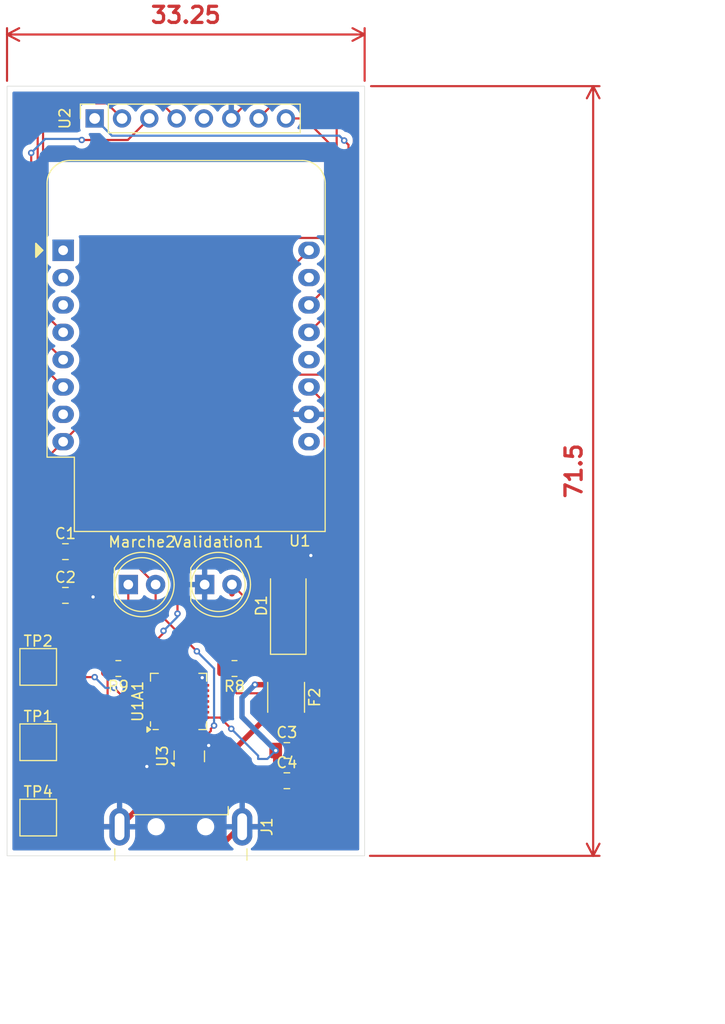
<source format=kicad_pcb>
(kicad_pcb (version 20241229) (generator "pcbnew") (generator_version "9.0")
  (layers (0 "F.Cu" signal) (2 "B.Cu" signal) (13 "F.Paste" user) (15 "B.Paste" user) (5 "F.SilkS" user "F.Silkscreen") (7 "B.SilkS" user "B.Silkscreen") (1 "F.Mask" user) (3 "B.Mask" user) (25 "Edge.Cuts" user))
  (net 0 "")
  (net 1 "VDD")
  (net 2 "GND")
  (net 3 "VBUS")
  (net 4 "+5V")
  (net 5 "/D-")
  (net 6 "/D+")
  (net 7 "Net-(Marche2-A)")
  (net 8 "/D4")
  (net 9 "Net-(Validation1-A)")
  (net 10 "Net-(U1-SCL{slash}D1)")
  (net 11 "Net-(U1-SCK{slash}D5)")
  (net 12 "/RX")
  (net 15 "Net-(U1-MOSI{slash}D7)")
  (net 20 "Net-(U1-MISO{slash}D6)")
  (net 22 "Net-(U1-SDA{slash}D2)")
  (net 49 "Net-(Marche2-K)")
  (footprint "Diode_SMD:D_SMA_Handsoldering" (layer "F.Cu") (at 225.4 137.668 90)
    (property "Reference" "D1" (at 0 -2.5 90) (layer "F.SilkS"))
    (property "Value" "DIODE_SHOTTKY*")
    (fp_line (start -4.51 -1.65) (end 2.5 -1.65) (stroke (width 0.12)) (layer "F.SilkS"))
    (fp_line (start -4.51 -1.65) (end -4.51 1.65) (stroke (width 0.12)) (layer "F.SilkS"))
    (fp_line (start -4.51 1.65) (end 2.5 1.65) (stroke (width 0.12)) (layer "F.SilkS"))
    (pad "1" smd roundrect (at -2.5 0 90) (size 3.5 1.8) (layers "F.Cu" "F.Mask" "F.Paste") (roundrect_rratio 0.1388888889) (net 3 "VBUS"))
    (pad "2" smd roundrect (at 2.5 0 90) (size 3.5 1.8) (layers "F.Cu" "F.Mask" "F.Paste") (roundrect_rratio 0.1388888889) (net 2 "GND"))
  )
  (footprint "Connector_USB:USB_A_CNCTech_1001-011-01101_Horizontal" (layer "F.Cu") (at 215.415 165.1 -90)
    (property "Reference" "J1" (at -6.9 -8 90) (layer "F.SilkS"))
    (property "Value" "USB_A")
    (fp_line (start -4.85 6.145) (end -3.8 6.145) (stroke (width 0.12)) (layer "F.SilkS"))
    (fp_line (start -8.02 -4.4) (end -8.02 4.4) (stroke (width 0.12)) (layer "F.SilkS"))
    (fp_line (start -8.02 -4.4) (end -8.775 -4.4) (stroke (width 0.12)) (layer "F.SilkS"))
    (fp_line (start -4.85 -6.145) (end -3.8 -6.145) (stroke (width 0.12)) (layer "F.SilkS"))
    (pad "" np_thru_hole circle (at -6.9 -2.3 270) (size 1.1 1.1) (drill 1.1) (layers "*.Cu" "*.Mask"))
    (pad "" np_thru_hole circle (at -6.9 2.3 270) (size 1.1 1.1) (drill 1.1) (layers "*.Cu" "*.Mask"))
    (pad "1" smd rect (at -9.65 -3.5 270) (size 2.5 1.1) (layers "F.Cu" "F.Mask" "F.Paste") (net 4 "+5V"))
    (pad "2" smd rect (at -9.65 -1 270) (size 2.5 1.1) (layers "F.Cu" "F.Mask" "F.Paste") (net 5 "/D-"))
    (pad "3" smd rect (at -9.65 1 270) (size 2.5 1.1) (layers "F.Cu" "F.Mask" "F.Paste") (net 6 "/D+"))
    (pad "4" smd rect (at -9.65 3.5 270) (size 2.5 1.1) (layers "F.Cu" "F.Mask" "F.Paste") (net 2 "GND"))
    (pad "5" thru_hole oval (at -6.9 -5.7 270) (size 3.5 1.9) (drill oval 2.5 0.9) (property pad_prop_heatsink) (layers "*.Cu" "*.Mask") (net 2 "GND"))
    (pad "5" thru_hole oval (at -6.9 5.7 270) (size 3.5 1.9) (drill oval 2.5 0.9) (property pad_prop_heatsink) (layers "*.Cu" "*.Mask") (net 2 "GND"))
  )
  (footprint "Package_SON:USON-10_2.5x1.0mm_P0.5mm" (layer "F.Cu") (at 216.2 151.654 90)
    (property "Reference" "U3" (at 0.01829 -2.5 90) (layer "F.SilkS"))
    (property "Value" "TPD4E05U06DQA" (hide yes))
    (fp_line (start 0.5 -1.41) (end -0.29 -1.41) (stroke (width 0.12)) (layer "F.SilkS"))
    (fp_line (start 0.5 1.41) (end -0.5 1.41) (stroke (width 0.12)) (layer "F.SilkS"))
    (fp_poly (pts (xy -0.62 -1.41) (xy -0.9 -1.41) (xy -0.62 -1.69) (xy -0.62 -1.41)) (stroke (width 0.12)) (fill yes) (layer "F.SilkS"))
    (pad "1" smd roundrect (at -0.385 -1) (size 0.3 0.55) (layers "F.Cu" "F.Mask" "F.Paste") (net 6 "/D+"))
    (pad "2" smd roundrect (at -0.385 -0.5) (size 0.3 0.55) (layers "F.Cu" "F.Mask" "F.Paste") (net 5 "/D-"))
    (pad "3" smd roundrect (at -0.385 0) (size 0.3 0.55) (layers "F.Cu" "F.Mask" "F.Paste") (net 2 "GND"))
    (pad "4" smd roundrect (at -0.385 0.5) (size 0.3 0.55) (layers "F.Cu" "F.Mask" "F.Paste"))
    (pad "5" smd roundrect (at -0.385 1) (size 0.3 0.55) (layers "F.Cu" "F.Mask" "F.Paste"))
    (pad "6" smd roundrect (at 0.385 1) (size 0.3 0.55) (layers "F.Cu" "F.Mask" "F.Paste"))
    (pad "7" smd roundrect (at 0.385 0.5) (size 0.3 0.55) (layers "F.Cu" "F.Mask" "F.Paste"))
    (pad "8" smd roundrect (at 0.385 0) (size 0.3 0.55) (layers "F.Cu" "F.Mask" "F.Paste") (net 2 "GND"))
    (pad "9" smd roundrect (at 0.385 -0.5) (size 0.3 0.55) (layers "F.Cu" "F.Mask" "F.Paste") (net 5 "/D-"))
    (pad "10" smd roundrect (at 0.385 -1) (size 0.3 0.55) (layers "F.Cu" "F.Mask" "F.Paste") (net 6 "/D+"))
  )
  (footprint "Capacitor_SMD:C_0805_2012Metric_Pad1.18x1.45mm_HandSolder" (layer "F.Cu") (at 204.68 136.706)
    (property "Reference" "C2" (at 0 -1.68 0) (layer "F.SilkS"))
    (property "Value" "100nf")
    (fp_line (start -0.261252 -0.735) (end 0.261252 -0.735) (stroke (width 0.12)) (layer "F.SilkS"))
    (fp_line (start -0.261252 0.735) (end 0.261252 0.735) (stroke (width 0.12)) (layer "F.SilkS"))
    (pad "1" smd roundrect (at -1.0375 0) (size 1.175 1.45) (layers "F.Cu" "F.Mask" "F.Paste") (roundrect_rratio 0.212766) (net 7 "Net-(Marche2-A)"))
    (pad "2" smd roundrect (at 1.0375 0) (size 1.175 1.45) (layers "F.Cu" "F.Mask" "F.Paste") (roundrect_rratio 0.212766) (net 2 "GND"))
  )
  (footprint "Package_DFN_QFN:VQFN-28-1EP_5x5mm_P0.5mm_EP3.25x3.25mm" (layer "F.Cu") (at 215.2 146.558 90)
    (property "Reference" "U1A1" (at 0 -3.8 90) (layer "F.SilkS"))
    (property "Value" "~")
    (fp_line (start 2.61 -2.61) (end 2.61 -1.885) (stroke (width 0.12)) (layer "F.SilkS"))
    (fp_line (start 1.885 -2.61) (end 2.61 -2.61) (stroke (width 0.12)) (layer "F.SilkS"))
    (fp_line (start -1.885 -2.61) (end -2.31 -2.61) (stroke (width 0.12)) (layer "F.SilkS"))
    (fp_line (start -2.61 -1.885) (end -2.61 -2.37) (stroke (width 0.12)) (layer "F.SilkS"))
    (fp_line (start 2.61 2.61) (end 2.61 1.885) (stroke (width 0.12)) (layer "F.SilkS"))
    (fp_line (start 1.885 2.61) (end 2.61 2.61) (stroke (width 0.12)) (layer "F.SilkS"))
    (fp_line (start -1.885 2.61) (end -2.61 2.61) (stroke (width 0.12)) (layer "F.SilkS"))
    (fp_line (start -2.61 2.61) (end -2.61 1.885) (stroke (width 0.12)) (layer "F.SilkS"))
    (fp_poly (pts (xy -2.61 -2.61) (xy -2.85 -2.94) (xy -2.37 -2.94) (xy -2.61 -2.61)) (stroke (width 0.12)) (fill yes) (layer "F.SilkS"))
    (pad "1" smd roundrect (at -2.45 -1.5 90) (size 0.8 0.25) (layers "F.Cu" "F.Mask" "F.Paste"))
    (pad "2" smd roundrect (at -2.45 -1 90) (size 0.8 0.25) (layers "F.Cu" "F.Mask" "F.Paste"))
    (pad "3" smd roundrect (at -2.45 -0.5 90) (size 0.8 0.25) (layers "F.Cu" "F.Mask" "F.Paste") (net 2 "GND"))
    (pad "4" smd roundrect (at -2.45 0 90) (size 0.8 0.25) (layers "F.Cu" "F.Mask" "F.Paste") (net 6 "/D+"))
    (pad "5" smd roundrect (at -2.45 0.5 90) (size 0.8 0.25) (layers "F.Cu" "F.Mask" "F.Paste") (net 5 "/D-"))
    (pad "6" smd roundrect (at -2.45 1 90) (size 0.8 0.25) (layers "F.Cu" "F.Mask" "F.Paste") (net 7 "Net-(Marche2-A)"))
    (pad "7" smd roundrect (at -2.45 1.5 90) (size 0.8 0.25) (layers "F.Cu" "F.Mask" "F.Paste") (net 3 "VBUS"))
    (pad "8" smd roundrect (at -1.5 2.45 90) (size 0.25 0.8) (layers "F.Cu" "F.Mask" "F.Paste") (net 3 "VBUS"))
    (pad "9" smd roundrect (at -1 2.45 90) (size 0.25 0.8) (layers "F.Cu" "F.Mask" "F.Paste"))
    (pad "10" smd roundrect (at -0.5 2.45 90) (size 0.25 0.8) (layers "F.Cu" "F.Mask" "F.Paste"))
    (pad "11" smd roundrect (at 0 2.45 90) (size 0.25 0.8) (layers "F.Cu" "F.Mask" "F.Paste"))
    (pad "12" smd roundrect (at 0.5 2.45 90) (size 0.25 0.8) (layers "F.Cu" "F.Mask" "F.Paste"))
    (pad "13" smd roundrect (at 1 2.45 90) (size 0.25 0.8) (layers "F.Cu" "F.Mask" "F.Paste"))
    (pad "14" smd roundrect (at 1.5 2.45 90) (size 0.25 0.8) (layers "F.Cu" "F.Mask" "F.Paste"))
    (pad "15" smd roundrect (at 2.45 1.5 90) (size 0.8 0.25) (layers "F.Cu" "F.Mask" "F.Paste"))
    (pad "16" smd roundrect (at 2.45 1 90) (size 0.8 0.25) (layers "F.Cu" "F.Mask" "F.Paste"))
    (pad "17" smd roundrect (at 2.45 0.5 90) (size 0.8 0.25) (layers "F.Cu" "F.Mask" "F.Paste"))
    (pad "18" smd roundrect (at 2.45 0 90) (size 0.8 0.25) (layers "F.Cu" "F.Mask" "F.Paste"))
    (pad "19" smd roundrect (at 2.45 -0.5 90) (size 0.8 0.25) (layers "F.Cu" "F.Mask" "F.Paste"))
    (pad "20" smd roundrect (at 2.45 -1 90) (size 0.8 0.25) (layers "F.Cu" "F.Mask" "F.Paste"))
    (pad "21" smd roundrect (at 2.45 -1.5 90) (size 0.8 0.25) (layers "F.Cu" "F.Mask" "F.Paste"))
    (pad "22" smd roundrect (at 1.5 -2.45 90) (size 0.25 0.8) (layers "F.Cu" "F.Mask" "F.Paste"))
    (pad "23" smd roundrect (at 1 -2.45 90) (size 0.25 0.8) (layers "F.Cu" "F.Mask" "F.Paste"))
    (pad "24" smd roundrect (at 0.5 -2.45 90) (size 0.25 0.8) (layers "F.Cu" "F.Mask" "F.Paste"))
    (pad "25" smd roundrect (at 0 -2.45 90) (size 0.25 0.8) (layers "F.Cu" "F.Mask" "F.Paste") (net 12 "/RX"))
    (pad "26" smd roundrect (at -0.5 -2.45 90) (size 0.25 0.8) (layers "F.Cu" "F.Mask" "F.Paste"))
    (pad "27" smd roundrect (at -1 -2.45 90) (size 0.25 0.8) (layers "F.Cu" "F.Mask" "F.Paste"))
    (pad "28" smd roundrect (at -1.5 -2.45 90) (size 0.25 0.8) (layers "F.Cu" "F.Mask" "F.Paste"))
    (pad "29" smd rect (at 0 0 90) (size 3.25 3.25) (property pad_prop_heatsink) (layers "F.Cu" "F.Mask") (net 2 "GND"))
  )
  (footprint "Capacitor_SMD:C_0805_2012Metric_Pad1.18x1.45mm_HandSolder" (layer "F.Cu") (at 225.27 153.924)
    (property "Reference" "C4" (at 0 -1.68 0) (layer "F.SilkS"))
    (property "Value" "100uF")
    (fp_line (start -0.261252 -0.735) (end 0.261252 -0.735) (stroke (width 0.12)) (layer "F.SilkS"))
    (fp_line (start -0.261252 0.735) (end 0.261252 0.735) (stroke (width 0.12)) (layer "F.SilkS"))
    (pad "1" smd roundrect (at -1.0375 0) (size 1.175 1.45) (layers "F.Cu" "F.Mask" "F.Paste") (roundrect_rratio 0.212766) (net 3 "VBUS"))
    (pad "2" smd roundrect (at 1.0375 0) (size 1.175 1.45) (layers "F.Cu" "F.Mask" "F.Paste") (roundrect_rratio 0.212766) (net 2 "GND"))
  )
  (footprint "Capacitor_SMD:C_0805_2012Metric_Pad1.18x1.45mm_HandSolder" (layer "F.Cu") (at 225.27 151.120333)
    (property "Reference" "C3" (at 0 -1.68 0) (layer "F.SilkS"))
    (property "Value" "1uf")
    (fp_line (start -0.261252 -0.735) (end 0.261252 -0.735) (stroke (width 0.12)) (layer "F.SilkS"))
    (fp_line (start -0.261252 0.735) (end 0.261252 0.735) (stroke (width 0.12)) (layer "F.SilkS"))
    (pad "1" smd roundrect (at -1.0375 0) (size 1.175 1.45) (layers "F.Cu" "F.Mask" "F.Paste") (roundrect_rratio 0.212766) (net 3 "VBUS"))
    (pad "2" smd roundrect (at 1.0375 0) (size 1.175 1.45) (layers "F.Cu" "F.Mask" "F.Paste") (roundrect_rratio 0.212766) (net 2 "GND"))
  )
  (footprint "Capacitor_SMD:C_0805_2012Metric_Pad1.18x1.45mm_HandSolder" (layer "F.Cu") (at 204.68 132.642)
    (property "Reference" "C1" (at 0 -1.68 0) (layer "F.SilkS"))
    (property "Value" "4.7uf")
    (fp_line (start -0.261252 -0.735) (end 0.261252 -0.735) (stroke (width 0.12)) (layer "F.SilkS"))
    (fp_line (start -0.261252 0.735) (end 0.261252 0.735) (stroke (width 0.12)) (layer "F.SilkS"))
    (pad "1" smd roundrect (at -1.0375 0) (size 1.175 1.45) (layers "F.Cu" "F.Mask" "F.Paste") (roundrect_rratio 0.212766) (net 7 "Net-(Marche2-A)"))
    (pad "2" smd roundrect (at 1.0375 0) (size 1.175 1.45) (layers "F.Cu" "F.Mask" "F.Paste") (roundrect_rratio 0.212766) (net 2 "GND"))
  )
  (footprint "Resistor_SMD:R_0805_2012Metric_Pad1.20x1.40mm_HandSolder" (layer "F.Cu") (at 220.4 143.5 180)
    (property "Reference" "R8" (at 0 -1.65 0) (layer "F.SilkS"))
    (property "Value" "R")
    (fp_line (start -0.227064 0.735) (end 0.227064 0.735) (stroke (width 0.12)) (layer "F.SilkS"))
    (fp_line (start -0.227064 -0.735) (end 0.227064 -0.735) (stroke (width 0.12)) (layer "F.SilkS"))
    (pad "1" smd roundrect (at -1 0 180) (size 1.2 1.4) (layers "F.Cu" "F.Mask" "F.Paste") (roundrect_rratio 0.208333) (net 9 "Net-(Validation1-A)"))
    (pad "2" smd roundrect (at 1 0 180) (size 1.2 1.4) (layers "F.Cu" "F.Mask" "F.Paste") (roundrect_rratio 0.208333) (net 8 "/D4"))
  )
  (footprint "Connector_PinSocket_2.54mm:PinSocket_1x08_P2.54mm_Vertical" (layer "F.Cu") (at 207.4 92.4 90)
    (property "Reference" "U2" (at 0 -2.77 90) (layer "F.SilkS"))
    (property "Value" "~")
    (fp_line (start 1.33 -1.33) (end 1.33 0) (stroke (width 0.12)) (layer "F.SilkS"))
    (fp_line (start 0 -1.33) (end 1.33 -1.33) (stroke (width 0.12)) (layer "F.SilkS"))
    (fp_line (start 1.33 1.27) (end 1.33 19.11) (stroke (width 0.12)) (layer "F.SilkS"))
    (fp_line (start -1.33 1.27) (end 1.33 1.27) (stroke (width 0.12)) (layer "F.SilkS"))
    (fp_line (start -1.33 1.27) (end -1.33 19.11) (stroke (width 0.12)) (layer "F.SilkS"))
    (fp_line (start -1.33 19.11) (end 1.33 19.11) (stroke (width 0.12)) (layer "F.SilkS"))
    (pad "1" thru_hole rect (at 0 0 90) (size 1.7 1.7) (drill 1) (layers "*.Cu" "*.Mask") (net 22 "Net-(U1-SDA{slash}D2)"))
    (pad "2" thru_hole oval (at 0 2.54 90) (size 1.7 1.7) (drill 1) (layers "*.Cu" "*.Mask") (net 11 "Net-(U1-SCK{slash}D5)"))
    (pad "3" thru_hole oval (at 0 5.08 90) (size 1.7 1.7) (drill 1) (layers "*.Cu" "*.Mask") (net 15 "Net-(U1-MOSI{slash}D7)"))
    (pad "4" thru_hole oval (at 0 7.62 90) (size 1.7 1.7) (drill 1) (layers "*.Cu" "*.Mask") (net 20 "Net-(U1-MISO{slash}D6)"))
    (pad "5" thru_hole oval (at 0 10.16 90) (size 1.7 1.7) (drill 1) (layers "*.Cu" "*.Mask"))
    (pad "6" thru_hole oval (at 0 12.7 90) (size 1.7 1.7) (drill 1) (layers "*.Cu" "*.Mask") (net 2 "GND"))
    (pad "7" thru_hole oval (at 0 15.24 90) (size 1.7 1.7) (drill 1) (layers "*.Cu" "*.Mask") (net 10 "Net-(U1-SCL{slash}D1)"))
    (pad "8" thru_hole oval (at 0 17.78 90) (size 1.7 1.7) (drill 1) (layers "*.Cu" "*.Mask") (net 1 "VDD"))
  )
  (footprint "LED_THT:LED_D5.0mm" (layer "F.Cu") (at 217.625 135.7)
    (property "Reference" "Validation1" (at 1.27 -3.96 0) (layer "F.SilkS"))
    (property "Value" "LED")
    (fp_line (start -1.29 -1.545) (end -1.29 1.545) (stroke (width 0.12)) (layer "F.SilkS"))
    (fp_arc (start -1.29 -1.54483) (mid 2.071756 -2.880501) (end 4.26 -0.000048) (stroke (width 0.12)) (layer "F.SilkS"))
    (fp_arc (start 4.26 0.000048) (mid 2.071756 2.880501) (end -1.29 1.54483) (stroke (width 0.12)) (layer "F.SilkS"))
    (fp_circle (center 1.27 0) (end 3.77 0) (stroke (width 0.12)) (fill no) (layer "F.SilkS"))
    (pad "1" thru_hole rect (at 0 0) (size 1.8 1.8) (drill 0.9) (layers "*.Cu" "*.Mask") (net 2 "GND"))
    (pad "2" thru_hole circle (at 2.54 0) (size 1.8 1.8) (drill 0.9) (layers "*.Cu" "*.Mask") (net 9 "Net-(Validation1-A)"))
  )
  (footprint "TestPoint:TestPoint_Pad_3.0x3.0mm" (layer "F.Cu") (at 202.15 157.35)
    (property "Reference" "TP4" (at 0 -2.398 0) (layer "F.SilkS"))
    (property "Value" "TestPoint")
    (fp_line (start -1.7 -1.7) (end 1.7 -1.7) (stroke (width 0.12)) (layer "F.SilkS"))
    (fp_line (start -1.7 1.7) (end -1.7 -1.7) (stroke (width 0.12)) (layer "F.SilkS"))
    (fp_line (start 1.7 -1.7) (end 1.7 1.7) (stroke (width 0.12)) (layer "F.SilkS"))
    (fp_line (start 1.7 1.7) (end -1.7 1.7) (stroke (width 0.12)) (layer "F.SilkS"))
    (pad "1" smd rect (at 0 0) (size 3 3) (layers "F.Cu" "F.Mask") (net 2 "GND"))
  )
  (footprint "TestPoint:TestPoint_Pad_3.0x3.0mm" (layer "F.Cu") (at 202.15 143.35)
    (property "Reference" "TP2" (at 0 -2.398 0) (layer "F.SilkS"))
    (property "Value" "TestPoint")
    (fp_line (start -1.7 -1.7) (end 1.7 -1.7) (stroke (width 0.12)) (layer "F.SilkS"))
    (fp_line (start -1.7 1.7) (end -1.7 -1.7) (stroke (width 0.12)) (layer "F.SilkS"))
    (fp_line (start 1.7 -1.7) (end 1.7 1.7) (stroke (width 0.12)) (layer "F.SilkS"))
    (fp_line (start 1.7 1.7) (end -1.7 1.7) (stroke (width 0.12)) (layer "F.SilkS"))
    (pad "1" smd rect (at 0 0) (size 3 3) (layers "F.Cu" "F.Mask") (net 12 "/RX"))
  )
  (footprint "LED_THT:LED_D5.0mm" (layer "F.Cu") (at 210.525 135.7)
    (property "Reference" "Marche2" (at 1.27 -3.96 0) (layer "F.SilkS"))
    (property "Value" "LED")
    (fp_line (start -1.29 -1.545) (end -1.29 1.545) (stroke (width 0.12)) (layer "F.SilkS"))
    (fp_arc (start -1.29 -1.54483) (mid 2.071756 -2.880501) (end 4.26 -0.000048) (stroke (width 0.12)) (layer "F.SilkS"))
    (fp_arc (start 4.26 0.000048) (mid 2.071756 2.880501) (end -1.29 1.54483) (stroke (width 0.12)) (layer "F.SilkS"))
    (fp_circle (center 1.27 0) (end 3.77 0) (stroke (width 0.12)) (fill no) (layer "F.SilkS"))
    (pad "1" thru_hole rect (at 0 0) (size 1.8 1.8) (drill 0.9) (layers "*.Cu" "*.Mask") (net 49 "Net-(Marche2-K)"))
    (pad "2" thru_hole circle (at 2.54 0) (size 1.8 1.8) (drill 0.9) (layers "*.Cu" "*.Mask") (net 7 "Net-(Marche2-A)"))
  )
  (footprint "Resistor_SMD:R_0805_2012Metric_Pad1.20x1.40mm_HandSolder" (layer "F.Cu") (at 209.6 143.5 180)
    (property "Reference" "R9" (at 0 -1.65 0) (layer "F.SilkS"))
    (property "Value" "R")
    (fp_line (start -0.227064 0.735) (end 0.227064 0.735) (stroke (width 0.12)) (layer "F.SilkS"))
    (fp_line (start -0.227064 -0.735) (end 0.227064 -0.735) (stroke (width 0.12)) (layer "F.SilkS"))
    (pad "1" smd roundrect (at -1 0 180) (size 1.2 1.4) (layers "F.Cu" "F.Mask" "F.Paste") (roundrect_rratio 0.208333) (net 49 "Net-(Marche2-K)"))
    (pad "2" smd roundrect (at 1 0 180) (size 1.2 1.4) (layers "F.Cu" "F.Mask" "F.Paste") (roundrect_rratio 0.208333) (net 1 "VDD"))
  )
  (footprint "RF_Module:WEMOS_D1_mini_light" (layer "F.Cu") (at 204.47 104.648)
    (property "Reference" "U1" (at 22 27 0) (layer "F.SilkS"))
    (property "Value" "WEMOS_D1_mini")
    (fp_line (start -1.5 19.22) (end -1.5 -6.21) (stroke (width 0.12)) (layer "F.SilkS"))
    (fp_line (start -1.5 19.22) (end 1.04 19.22) (stroke (width 0.12)) (layer "F.SilkS"))
    (fp_line (start 1.04 19.22) (end 1.04 26.12) (stroke (width 0.12)) (layer "F.SilkS"))
    (fp_line (start 1.04 26.12) (end 24.36 26.12) (stroke (width 0.12)) (layer "F.SilkS"))
    (fp_line (start 22.24 -8.34) (end 0.63 -8.34) (stroke (width 0.12)) (layer "F.SilkS"))
    (fp_line (start 24.36 26.12) (end 24.36 -6.21) (stroke (width 0.12)) (layer "F.SilkS"))
    (fp_arc (start -1.5 -6.21) (mid -0.876137 -7.716137) (end 0.63 -8.34) (stroke (width 0.12)) (layer "F.SilkS"))
    (fp_arc (start 22.23 -8.34) (mid 23.736137 -7.716137) (end 24.36 -6.21) (stroke (width 0.12)) (layer "F.SilkS"))
    (fp_poly (pts (xy -2.54 -0.635) (xy -2.54 0.635) (xy -1.905 0)) (stroke (width 0.15)) (fill yes) (layer "F.SilkS"))
    (pad "1" thru_hole rect (at 0 0) (size 2 2) (drill 0.9) (layers "*.Cu" "*.Mask"))
    (pad "2" thru_hole oval (at 0 2.54) (size 2 1.6) (drill 0.9) (layers "*.Cu" "*.Mask"))
    (pad "3" thru_hole oval (at 0 5.08) (size 2 1.6) (drill 0.9) (layers "*.Cu" "*.Mask"))
    (pad "4" thru_hole oval (at 0 7.62) (size 2 1.6) (drill 0.9) (layers "*.Cu" "*.Mask") (net 11 "Net-(U1-SCK{slash}D5)"))
    (pad "5" thru_hole oval (at 0 10.16) (size 2 1.6) (drill 0.9) (layers "*.Cu" "*.Mask") (net 20 "Net-(U1-MISO{slash}D6)"))
    (pad "6" thru_hole oval (at 0 12.7) (size 2 1.6) (drill 0.9) (layers "*.Cu" "*.Mask") (net 15 "Net-(U1-MOSI{slash}D7)"))
    (pad "7" thru_hole oval (at 0 15.24) (size 2 1.6) (drill 0.9) (layers "*.Cu" "*.Mask"))
    (pad "8" thru_hole oval (at 0 17.78) (size 2 1.6) (drill 0.9) (layers "*.Cu" "*.Mask") (net 1 "VDD"))
    (pad "9" thru_hole oval (at 22.86 17.78) (size 2 1.6) (drill 0.9) (layers "*.Cu" "*.Mask"))
    (pad "10" thru_hole oval (at 22.86 15.24) (size 2 1.6) (drill 0.9) (layers "*.Cu" "*.Mask") (net 2 "GND"))
    (pad "11" thru_hole oval (at 22.86 12.7) (size 2 1.6) (drill 0.9) (layers "*.Cu" "*.Mask") (net 8 "/D4"))
    (pad "12" thru_hole oval (at 22.86 10.16) (size 2 1.6) (drill 0.9) (layers "*.Cu" "*.Mask"))
    (pad "13" thru_hole oval (at 22.86 7.62) (size 2 1.6) (drill 0.9) (layers "*.Cu" "*.Mask") (net 22 "Net-(U1-SDA{slash}D2)"))
    (pad "14" thru_hole oval (at 22.86 5.08) (size 2 1.6) (drill 0.9) (layers "*.Cu" "*.Mask") (net 10 "Net-(U1-SCL{slash}D1)"))
    (pad "15" thru_hole oval (at 22.86 2.54) (size 2 1.6) (drill 0.9) (layers "*.Cu" "*.Mask"))
    (pad "16" thru_hole oval (at 22.86 0) (size 2 1.6) (drill 0.9) (layers "*.Cu" "*.Mask") (net 12 "/RX"))
    (zone (net 0) (net_name "") (layers "F.Cu" "B.Cu" "Dwgs.User") (name "No Copper") (connect_pads (clearance 0)) (min_thickness 0.25)
      (keepout (tracks not_allowed) (vias not_allowed) (pads not_allowed) (copperpour not_allowed) (footprints not_allowed))
      (fill (thermal_gap 0.5) (thermal_bridge_width 0.5))
      (polygon (pts (xy 203.12 96.448) (xy 228.72 96.448) (xy 228.72 103.248) (xy 203.12 103.248)))
    )
  )
  (footprint "TestPoint:TestPoint_Pad_3.0x3.0mm" (layer "F.Cu") (at 202.15 150.35)
    (property "Reference" "TP1" (at 0 -2.398 0) (layer "F.SilkS"))
    (property "Value" "TestPoint")
    (fp_line (start -1.7 -1.7) (end 1.7 -1.7) (stroke (width 0.12)) (layer "F.SilkS"))
    (fp_line (start -1.7 1.7) (end -1.7 -1.7) (stroke (width 0.12)) (layer "F.SilkS"))
    (fp_line (start 1.7 -1.7) (end 1.7 1.7) (stroke (width 0.12)) (layer "F.SilkS"))
    (fp_line (start 1.7 1.7) (end -1.7 1.7) (stroke (width 0.12)) (layer "F.SilkS"))
    (pad "1" smd rect (at 0 0) (size 3 3) (layers "F.Cu" "F.Mask") (net 1 "VDD"))
  )
  (footprint "Fuse:Fuse_1812_4532Metric_Pad1.30x3.40mm_HandSolder" (layer "F.Cu") (at 225.2 146.176667 -90)
    (property "Reference" "F2" (at 0 -2.65 90) (layer "F.SilkS"))
    (property "Value" "Fuse")
    (fp_line (start -1.386252 1.71) (end 1.386252 1.71) (stroke (width 0.12)) (layer "F.SilkS"))
    (fp_line (start -1.386252 -1.71) (end 1.386252 -1.71) (stroke (width 0.12)) (layer "F.SilkS"))
    (pad "1" smd roundrect (at -2.225 0 270) (size 1.3 3.4) (layers "F.Cu" "F.Mask" "F.Paste") (roundrect_rratio 0.192308) (net 3 "VBUS"))
    (pad "2" smd roundrect (at 2.225 0 270) (size 1.3 3.4) (layers "F.Cu" "F.Mask" "F.Paste") (roundrect_rratio 0.192308) (net 4 "+5V"))
  )
  (gr_rect (start 199.25 89.4) (end 232.5 160.9) (stroke (width 0.05)) (fill no) (layer "Edge.Cuts"))
  (dimension (type orthogonal) (layer "F.Cu") (pts (xy 199.25 89.4) (xy 232.5 89.4)) (height -4.8) (orientation 0) (format (prefix "") (suffix "") (units 3) (units_format 0) (precision 4) (suppress_zeroes yes)) (style (thickness 0.2) (arrow_length 1.27) (text_position_mode 0) (arrow_direction outward) (extension_height 0.58642) (extension_offset 0.5) (keep_text_aligned yes)) (gr_text "33,25" (at 215.875 82.8 0) (layer "F.Cu") (effects (font (size 1.5 1.5) (thickness 0.3)))))
  (dimension (type orthogonal) (layer "F.Cu") (pts (xy 232.6 89.4) (xy 232.5 160.9)) (height 21.15) (orientation 1) (format (prefix "") (suffix "") (units 3) (units_format 0) (precision 4) (suppress_zeroes yes)) (style (thickness 0.2) (arrow_length 1.27) (text_position_mode 0) (arrow_direction outward) (extension_height 0.58642) (extension_offset 0.5) (keep_text_aligned yes)) (gr_text "71,5" (at 251.95 125.15 90) (layer "F.Cu") (effects (font (size 1.5 1.5) (thickness 0.3)))))
  (segment (start 223.398 103.5) (end 229.4 103.5) (width 0.2) (layer "F.Cu") (net 1))
  (segment (start 229.4 103.5) (end 229.4 94.9) (width 0.2) (layer "F.Cu") (net 1))
  (segment (start 208.6 143.5) (end 208.6 146.5) (width 0.2) (layer "F.Cu") (net 1))
  (segment (start 229.4 94.9) (end 226.9 92.4) (width 0.2) (layer "F.Cu") (net 1))
  (segment (start 204.85 150.25) (end 204.8 150.3) (width 0.2) (layer "F.Cu") (net 1))
  (segment (start 204.85 150.25) (end 202.25 150.25) (width 0.2) (layer "F.Cu") (net 1))
  (segment (start 204.47 122.428) (end 223.398 103.5) (width 0.2) (layer "F.Cu") (net 1))
  (segment (start 202.25 150.25) (end 202.15 150.35) (width 0.2) (layer "F.Cu") (net 1))
  (segment (start 202.6 138.2) (end 202.6 124.298) (width 0.2) (layer "F.Cu") (net 1))
  (segment (start 208.6 143.5) (end 208.5 143.6) (width 0.2) (layer "F.Cu") (net 1))
  (segment (start 226.9 92.4) (end 225.18 92.4) (width 0.2) (layer "F.Cu") (net 1))
  (segment (start 202.6 124.298) (end 204.47 122.428) (width 0.2) (layer "F.Cu") (net 1))
  (segment (start 208.6 142.7) (end 205.2 139.3) (width 0.2) (layer "F.Cu") (net 1))
  (segment (start 208.6 143.5) (end 208.6 142.7) (width 0.2) (layer "F.Cu") (net 1))
  (segment (start 208.6 146.5) (end 204.85 150.25) (width 0.2) (layer "F.Cu") (net 1))
  (segment (start 205.2 139.3) (end 203.7 139.3) (width 0.2) (layer "F.Cu") (net 1))
  (segment (start 208.5 143.6) (end 208.5 143.7) (width 0.2) (layer "F.Cu") (net 1))
  (segment (start 203.7 139.3) (end 202.6 138.2) (width 0.2) (layer "F.Cu") (net 1))
  (segment (start 212.9 159.9) (end 219.2 159.9) (width 0.5) (layer "F.Cu") (net 2))
  (segment (start 209.715 158.2) (end 205.7 158.2) (width 0.5) (layer "F.Cu") (net 2))
  (segment (start 223.9 117.7) (end 226.088 119.888) (width 0.2) (layer "F.Cu") (net 2))
  (segment (start 214.7 149.008) (end 214.7 147.058) (width 0.2) (layer "F.Cu") (net 2))
  (segment (start 211.915 155.45) (end 211.915 158.915) (width 0.5) (layer "F.Cu") (net 2))
  (segment (start 211.915 155.45) (end 211.915 156) (width 0.5) (layer "F.Cu") (net 2))
  (segment (start 211.915 155.45) (end 211.915 155.085) (width 0.5) (layer "F.Cu") (net 2))
  (segment (start 204.8 157.3) (end 204.75 157.35) (width 0.5) (layer "F.Cu") (net 2))
  (segment (start 216.2 151.269) (end 216.2 150.9) (width 0.2) (layer "F.Cu") (net 2))
  (segment (start 215.2 146.558) (end 215.2 146.55) (width 0.2) (layer "F.Cu") (net 2))
  (segment (start 214.7 147.058) (end 215.2 146.558) (width 0.2) (layer "F.Cu") (net 2))
  (segment (start 205.7 158.2) (end 204.8 157.3) (width 0.5) (layer "F.Cu") (net 2))
  (segment (start 220.1 92.4) (end 222.2 90.3) (width 0.2) (layer "F.Cu") (net 2))
  (segment (start 211.915 156) (end 209.715 158.2) (width 0.5) (layer "F.Cu") (net 2))
  (segment (start 217.625 135.7) (end 217.6 135.7) (width 0.5) (layer "F.Cu") (net 2))
  (segment (start 215.2 146.55) (end 217.4 144.35) (width 0.2) (layer "F.Cu") (net 2))
  (segment (start 205.7175 136.706) (end 207.106 136.706) (width 0.5) (layer "F.Cu") (net 2))
  (segment (start 207.106 136.706) (end 207.25 136.85) (width 0.5) (layer "F.Cu") (net 2))
  (segment (start 220.9 158.2) (end 221.115 158.2) (width 0.5) (layer "F.Cu") (net 2))
  (segment (start 211.915 155.45) (end 211.915 152.935) (width 0.5) (layer "F.Cu") (net 2))
  (segment (start 211.915 155.085) (end 212.1 154.9) (width 0.5) (layer "F.Cu") (net 2))
  (segment (start 211.915 152.935) (end 212.25 152.6) (width 0.5) (layer "F.Cu") (net 2))
  (segment (start 222.2 90.3) (end 229.9 90.3) (width 0.2) (layer "F.Cu") (net 2))
  (segment (start 226.3075 154.8925) (end 223 158.2) (width 0.5) (layer "F.Cu") (net 2))
  (segment (start 225.4 135.1) (end 227.5 133) (width 0.5) (layer "F.Cu") (net 2))
  (segment (start 231.5 91.9) (end 231.5 113.3) (width 0.2) (layer "F.Cu") (net 2))
  (segment (start 223 158.2) (end 221.115 158.2) (width 0.5) (layer "F.Cu") (net 2))
  (segment (start 226.088 119.888) (end 227.33 119.888) (width 0.2) (layer "F.Cu") (net 2))
  (segment (start 226.3075 153.924) (end 226.3075 154.8925) (width 0.5) (layer "F.Cu") (net 2))
  (segment (start 228.6 116.2) (end 225.4 116.2) (width 0.2) (layer "F.Cu") (net 2))
  (segment (start 229.9 90.3) (end 231.5 91.9) (width 0.2) (layer "F.Cu") (net 2))
  (segment (start 219.2 159.9) (end 220.9 158.2) (width 0.5) (layer "F.Cu") (net 2))
  (segment (start 226.3075 151.120333) (end 226.3075 153.924) (width 0.5) (layer "F.Cu") (net 2))
  (segment (start 205.7175 136.706) (end 205.7175 132.642) (width 0.5) (layer "F.Cu") (net 2))
  (segment (start 231.5 113.3) (end 228.6 116.2) (width 0.2) (layer "F.Cu") (net 2))
  (segment (start 216.2 151.269) (end 216.2 152.039) (width 0.2) (layer "F.Cu") (net 2))
  (segment (start 204.75 157.35) (end 202.15 157.35) (width 0.5) (layer "F.Cu") (net 2))
  (segment (start 225.4 135.168) (end 225.4 135.1) (width 0.5) (layer "F.Cu") (net 2))
  (segment (start 216.2 150.9) (end 216.4 150.7) (width 0.2) (layer "F.Cu") (net 2))
  (segment (start 216.45 150.65) (end 216.8 150.65) (width 0.2) (layer "F.Cu") (net 2))
  (segment (start 211.915 158.915) (end 212.9 159.9) (width 0.5) (layer "F.Cu") (net 2))
  (segment (start 216.4 150.7) (end 216.45 150.65) (width 0.2) (layer "F.Cu") (net 2))
  (segment (start 225.4 116.2) (end 223.9 117.7) (width 0.2) (layer "F.Cu") (net 2))
  (segment (start 216.8 150.65) (end 218 150.65) (width 0.2) (layer "F.Cu") (net 2))
  (via (at 218 150.65) (size 0.6) (drill 0.3) (layers "F.Cu" "B.Cu") (net 2))
  (via (at 217.4 144.35) (size 0.6) (drill 0.3) (layers "F.Cu" "B.Cu") (net 2))
  (via (at 227.5 133) (size 0.6) (drill 0.3) (layers "F.Cu" "B.Cu") (net 2))
  (via (at 212.25 152.6) (size 0.6) (drill 0.3) (layers "F.Cu" "B.Cu") (net 2))
  (via (at 207.25 136.85) (size 0.6) (drill 0.3) (layers "F.Cu" "B.Cu") (net 2))
  (segment (start 224.4 144.1) (end 223.5 145) (width 0.5) (layer "F.Cu") (net 3))
  (segment (start 225.2 140.368) (end 225.4 140.168) (width 0.5) (layer "F.Cu") (net 3))
  (segment (start 219.058 148.058) (end 220.1 149.1) (width 0.2) (layer "F.Cu") (net 3))
  (segment (start 217.65 148.058) (end 216.7 149.008) (width 0.2) (layer "F.Cu") (net 3))
  (segment (start 223.5 145) (end 222.3 145) (width 0.5) (layer "F.Cu") (net 3))
  (segment (start 225.2 143.951667) (end 225.2 140.368) (width 0.5) (layer "F.Cu") (net 3))
  (segment (start 225.2 143.951667) (end 224.548333 143.951667) (width 0.5) (layer "F.Cu") (net 3))
  (segment (start 217.65 148.058) (end 219.058 148.058) (width 0.2) (layer "F.Cu") (net 3))
  (segment (start 224.548333 143.951667) (end 224.4 144.1) (width 0.5) (layer "F.Cu") (net 3))
  (segment (start 224.2325 151.120333) (end 224.2325 153.924) (width 0.5) (layer "F.Cu") (net 3))
  (via (at 222.3 145) (size 0.6) (drill 0.3) (layers "F.Cu" "B.Cu") (net 3))
  (via (at 224.2325 151.120333) (size 0.6) (drill 0.3) (layers "F.Cu" "B.Cu") (net 3))
  (via (at 220.1 149.1) (size 0.6) (drill 0.3) (layers "F.Cu" "B.Cu") (net 3))
  (segment (start 220.1 149.1) (end 222.6 151.6) (width 0.2) (layer "B.Cu") (net 3))
  (segment (start 221.1 146.2) (end 221.1 148) (width 0.5) (layer "B.Cu") (net 3))
  (segment (start 222.3 145) (end 221.1 146.2) (width 0.5) (layer "B.Cu") (net 3))
  (segment (start 222.7 149.587833) (end 223.006084 149.893916) (width 0.5) (layer "B.Cu") (net 3))
  (segment (start 223.452833 151.9) (end 224.2325 151.120333) (width 0.2) (layer "B.Cu") (net 3))
  (segment (start 222.993916 149.893916) (end 223.006084 149.893916) (width 0.5) (layer "B.Cu") (net 3))
  (segment (start 222.6 151.9) (end 223.452833 151.9) (width 0.2) (layer "B.Cu") (net 3))
  (segment (start 222.6 151.6) (end 222.6 151.9) (width 0.2) (layer "B.Cu") (net 3))
  (segment (start 221.1 148) (end 222.993916 149.893916) (width 0.5) (layer "B.Cu") (net 3))
  (segment (start 223.006084 149.893916) (end 224.2325 151.120333) (width 0.5) (layer "B.Cu") (net 3))
  (segment (start 225.2 148.401667) (end 222.998333 148.401667) (width 0.5) (layer "F.Cu") (net 4))
  (segment (start 218.915 152.485) (end 218.915 155.45) (width 0.5) (layer "F.Cu") (net 4))
  (segment (start 222.998333 148.401667) (end 218.915 152.485) (width 0.5) (layer "F.Cu") (net 4))
  (segment (start 215.7 149.008) (end 215.7 151.269) (width 0.2) (layer "F.Cu") (net 5))
  (segment (start 215.675 152.189) (end 215.7 152.164) (width 0.2) (layer "F.Cu") (net 5))
  (segment (start 216.415 153.574999) (end 215.64 152.799999) (width 0.2) (layer "F.Cu") (net 5))
  (segment (start 215.675 152.365) (end 215.675 152.189) (width 0.2) (layer "F.Cu") (net 5))
  (segment (start 216.415 155.45) (end 216.415 153.574999) (width 0.2) (layer "F.Cu") (net 5))
  (segment (start 215.7 151.269) (end 215.7 152.039) (width 0.2) (layer "F.Cu") (net 5))
  (segment (start 215.7 152.164) (end 215.7 152.039) (width 0.2) (layer "F.Cu") (net 5))
  (segment (start 215.64 152.799999) (end 215.64 152.4) (width 0.2) (layer "F.Cu") (net 5))
  (segment (start 215.64 152.4) (end 215.675 152.365) (width 0.2) (layer "F.Cu") (net 5))
  (segment (start 214.415 155.45) (end 214.415 153.574999) (width 0.2) (layer "F.Cu") (net 6))
  (segment (start 215.225 152.192794) (end 215.225 152.189) (width 0.2) (layer "F.Cu") (net 6))
  (segment (start 215.225 152.189) (end 215.2 152.164) (width 0.2) (layer "F.Cu") (net 6))
  (segment (start 215.19 152.227794) (end 215.225 152.192794) (width 0.2) (layer "F.Cu") (net 6))
  (segment (start 215.2 151.269) (end 215.2 149.008) (width 0.2) (layer "F.Cu") (net 6))
  (segment (start 214.415 153.574999) (end 215.19 152.799999) (width 0.2) (layer "F.Cu") (net 6))
  (segment (start 215.2 152.164) (end 215.2 152.039) (width 0.2) (layer "F.Cu") (net 6))
  (segment (start 215.2 152.039) (end 215.2 151.269) (width 0.2) (layer "F.Cu") (net 6))
  (segment (start 215.19 152.799999) (end 215.19 152.227794) (width 0.2) (layer "F.Cu") (net 6))
  (segment (start 213.065 135.7) (end 208.465 131.1) (width 0.2) (layer "F.Cu") (net 7))
  (segment (start 203.6425 131.5575) (end 203.6425 132.642) (width 0.2) (layer "F.Cu") (net 7))
  (segment (start 203.6425 136.706) (end 203.6425 137.2425) (width 0.5) (layer "F.Cu") (net 7))
  (segment (start 203.6425 136.706) (end 203.6425 132.642) (width 0.5) (layer "F.Cu") (net 7))
  (segment (start 213.065 138.065) (end 213.065 135.7) (width 0.2) (layer "F.Cu") (net 7))
  (segment (start 216.2 149.6) (end 216.7 150.1) (width 0.2) (layer "F.Cu") (net 7))
  (segment (start 208.465 131.1) (end 204.1 131.1) (width 0.2) (layer "F.Cu") (net 7))
  (segment (start 216.7 150.1) (end 217.4 150.1) (width 0.2) (layer "F.Cu") (net 7))
  (segment (start 218.2 149.3) (end 218.2 149.1) (width 0.2) (layer "F.Cu") (net 7))
  (segment (start 216.9 141.9) (end 213.065 138.065) (width 0.2) (layer "F.Cu") (net 7))
  (segment (start 218.2 149.1) (end 218.5 148.8) (width 0.2) (layer "F.Cu") (net 7))
  (segment (start 216.2 149.008) (end 216.2 149.6) (width 0.2) (layer "F.Cu") (net 7))
  (segment (start 204.1 131.1) (end 203.6425 131.5575) (width 0.2) (layer "F.Cu") (net 7))
  (segment (start 217.4 150.1) (end 218.2 149.3) (width 0.2) (layer "F.Cu") (net 7))
  (via (at 216.9 141.9) (size 0.6) (drill 0.3) (layers "F.Cu" "B.Cu") (net 7))
  (via (at 218.5 148.8) (size 0.6) (drill 0.3) (layers "F.Cu" "B.Cu") (net 7))
  (segment (start 218.5 143.5) (end 216.9 141.9) (width 0.2) (layer "B.Cu") (net 7))
  (segment (start 216.8 141.8) (end 216.9 141.9) (width 0.2) (layer "B.Cu") (net 7))
  (segment (start 218.5 148.8) (end 218.5 143.5) (width 0.2) (layer "B.Cu") (net 7))
  (segment (start 227 145.9) (end 228 144.9) (width 0.2) (layer "F.Cu") (net 8))
  (segment (start 228.8 118.818) (end 227.33 117.348) (width 0.2) (layer "F.Cu") (net 8))
  (segment (start 228.2 133.4) (end 228.2 127.5) (width 0.2) (layer "F.Cu") (net 8))
  (segment (start 228 144.9) (end 228 133.6) (width 0.2) (layer "F.Cu") (net 8))
  (segment (start 228.8 126.9) (end 228.8 118.818) (width 0.2) (layer "F.Cu") (net 8))
  (segment (start 220.6 145.8) (end 226.9 145.8) (width 0.2) (layer "F.Cu") (net 8))
  (segment (start 228.2 127.5) (end 228.8 126.9) (width 0.2) (layer "F.Cu") (net 8))
  (segment (start 228 133.6) (end 228.2 133.4) (width 0.2) (layer "F.Cu") (net 8))
  (segment (start 226.9 145.8) (end 227 145.9) (width 0.2) (layer "F.Cu") (net 8))
  (segment (start 219.4 143.5) (end 219.4 144.6) (width 0.2) (layer "F.Cu") (net 8))
  (segment (start 219.4 144.6) (end 220.6 145.8) (width 0.2) (layer "F.Cu") (net 8))
  (segment (start 220.165 135.7) (end 220.165 136.565) (width 0.5) (layer "F.Cu") (net 9))
  (segment (start 221.4 143.5) (end 221.4 136.935) (width 0.2) (layer "F.Cu") (net 9))
  (segment (start 221.4 136.935) (end 220.165 135.7) (width 0.2) (layer "F.Cu") (net 9))
  (segment (start 229.9 92) (end 229.9 107.158) (width 0.2) (layer "F.Cu") (net 10))
  (segment (start 224.2 90.7) (end 228.6 90.7) (width 0.2) (layer "F.Cu") (net 10))
  (segment (start 229.9 107.158) (end 227.33 109.728) (width 0.2) (layer "F.Cu") (net 10))
  (segment (start 222.64 92.4) (end 224.2 90.84) (width 0.2) (layer "F.Cu") (net 10))
  (segment (start 224.2 90.84) (end 224.2 90.7) (width 0.2) (layer "F.Cu") (net 10))
  (segment (start 228.6 90.7) (end 229.9 92) (width 0.2) (layer "F.Cu") (net 10))
  (segment (start 202.6 93.55) (end 205.15 91) (width 0.2) (layer "F.Cu") (net 11))
  (segment (start 204.47 112.268) (end 202.902 110.7) (width 0.2) (layer "F.Cu") (net 11))
  (segment (start 205.15 91) (end 208.54 91) (width 0.2) (layer "F.Cu") (net 11))
  (segment (start 202.902 110.7) (end 202.6 110.7) (width 0.2) (layer "F.Cu") (net 11))
  (segment (start 208.54 91) (end 209.94 92.4) (width 0.2) (layer "F.Cu") (net 11))
  (segment (start 202.6 110.7) (end 202.6 93.55) (width 0.2) (layer "F.Cu") (net 11))
  (segment (start 210.35 146.45) (end 212.7 144.1) (width 0.2) (layer "F.Cu") (net 12))
  (segment (start 204.8 143.3) (end 204.75 143.35) (width 0.2) (layer "F.Cu") (net 12))
  (segment (start 213.8 140.2) (end 213.8 140) (width 0.2) (layer "F.Cu") (net 12))
  (segment (start 212.75 146.558) (end 210.458 146.558) (width 0.2) (layer "F.Cu") (net 12))
  (segment (start 205.8 144.3) (end 204.8 143.3) (width 0.2) (layer "F.Cu") (net 12))
  (segment (start 215.1 116.878) (end 227.33 104.648) (width 0.2) (layer "F.Cu") (net 12))
  (segment (start 215.1 138.4) (end 215.1 116.878) (width 0.2) (layer "F.Cu") (net 12))
  (segment (start 212.7 141.3) (end 213.8 140.2) (width 0.2) (layer "F.Cu") (net 12))
  (segment (start 207.4 144.3) (end 205.8 144.3) (width 0.2) (layer "F.Cu") (net 12))
  (segment (start 212.7 144.1) (end 212.7 141.3) (width 0.2) (layer "F.Cu") (net 12))
  (segment (start 204.75 143.35) (end 202.15 143.35) (width 0.2) (layer "F.Cu") (net 12))
  (segment (start 210.35 146.45) (end 209.2 145.3) (width 0.2) (layer "F.Cu") (net 12))
  (segment (start 210.458 146.558) (end 210.35 146.45) (width 0.2) (layer "F.Cu") (net 12))
  (via (at 209.2 145.3) (size 0.6) (drill 0.3) (layers "F.Cu" "B.Cu") (net 12))
  (via (at 215.1 138.4) (size 0.6) (drill 0.3) (layers "F.Cu" "B.Cu") (net 12))
  (via (at 207.4 144.3) (size 0.6) (drill 0.3) (layers "F.Cu" "B.Cu") (net 12))
  (via (at 213.8 140) (size 0.6) (drill 0.3) (layers "F.Cu" "B.Cu") (net 12))
  (segment (start 208.4 145.3) (end 207.4 144.3) (width 0.2) (layer "B.Cu") (net 12))
  (segment (start 209.2 145.3) (end 208.4 145.3) (width 0.2) (layer "B.Cu") (net 12))
  (segment (start 215.1 138.7) (end 215.1 138.4) (width 0.2) (layer "B.Cu") (net 12))
  (segment (start 213.8 140) (end 215.1 138.7) (width 0.2) (layer "B.Cu") (net 12))
  (segment (start 201.5 114.378) (end 201.5 95.6) (width 0.2) (layer "F.Cu") (net 15))
  (segment (start 210.48 94.4) (end 212.48 92.4) (width 0.2) (layer "F.Cu") (net 15))
  (segment (start 204.47 117.348) (end 201.5 114.378) (width 0.2) (layer "F.Cu") (net 15))
  (segment (start 206.2 94.4) (end 210.48 94.4) (width 0.2) (layer "F.Cu") (net 15))
  (via (at 201.5 95.6) (size 0.6) (drill 0.3) (layers "F.Cu" "B.Cu") (net 15))
  (via (at 206.2 94.4) (size 0.6) (drill 0.3) (layers "F.Cu" "B.Cu") (net 15))
  (segment (start 202.8 94.3) (end 206.1 94.3) (width 0.2) (layer "B.Cu") (net 15))
  (segment (start 201.5 95.6) (end 202.8 94.3) (width 0.2) (layer "B.Cu") (net 15))
  (segment (start 206.1 94.3) (end 206.2 94.4) (width 0.2) (layer "B.Cu") (net 15))
  (segment (start 213.12 90.5) (end 215.02 92.4) (width 0.2) (layer "F.Cu") (net 20))
  (segment (start 202.1 112.438) (end 202.1 93.4) (width 0.2) (layer "F.Cu") (net 20))
  (segment (start 204.47 114.808) (end 202.1 112.438) (width 0.2) (layer "F.Cu") (net 20))
  (segment (start 202.1 93.4) (end 205 90.5) (width 0.2) (layer "F.Cu") (net 20))
  (segment (start 205 90.5) (end 213.12 90.5) (width 0.2) (layer "F.Cu") (net 20))
  (segment (start 231 94.85) (end 231 108.598) (width 0.2) (layer "F.Cu") (net 22))
  (segment (start 230.6 94.45) (end 231 94.85) (width 0.2) (layer "F.Cu") (net 22))
  (segment (start 231 108.598) (end 227.33 112.268) (width 0.2) (layer "F.Cu") (net 22))
  (via (at 230.6 94.45) (size 0.6) (drill 0.3) (layers "F.Cu" "B.Cu") (net 22))
  (segment (start 230.6 94.45) (end 230.15 94) (width 0.2) (layer "B.Cu") (net 22))
  (segment (start 230.15 94) (end 209 94) (width 0.2) (layer "B.Cu") (net 22))
  (segment (start 209 94) (end 207.4 92.4) (width 0.2) (layer "B.Cu") (net 22))
  (segment (start 210.525 143.425) (end 210.525 135.7) (width 0.2) (layer "F.Cu") (net 49))
  (segment (start 210.525 135.7) (end 210.6 135.775) (width 0.5) (layer "F.Cu") (net 49))
  (segment (start 210.6 143.5) (end 210.525 143.425) (width 0.2) (layer "F.Cu") (net 49))
  (zone (net 2) (net_name "GND") (layer "B.Cu") (connect_pads (clearance 0.5)) (min_thickness 0.25) (fill yes (thermal_gap 0.5) (thermal_bridge_width 0.5))
    (polygon (pts (xy 199.4 89.55) (xy 232.4 89.55) (xy 232.4 160.8) (xy 199.35 160.75)))
  )
)
</source>
